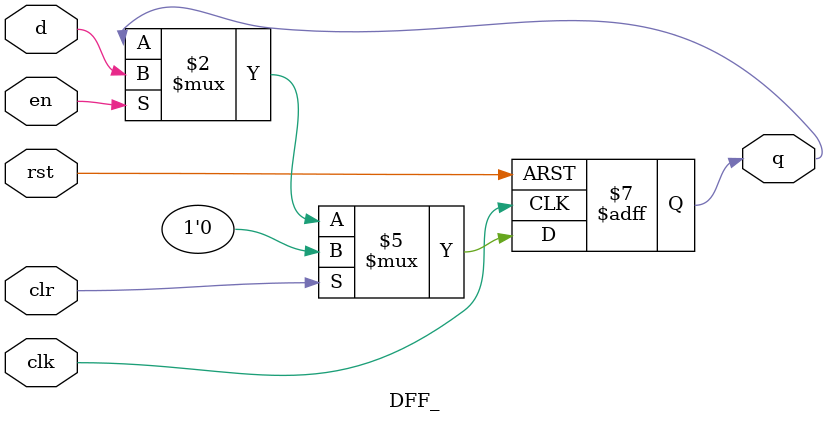
<source format=v>
`timescale 1ns/10ps

module DFF_ 
#(
	 parameter WIDTH	= 1
)
(	 
	 clk
	,rst
	,clr
	,en
	,d
	,q
);

input						clk;
input						rst;
input						en;
input						clr;
input		[WIDTH-1:0]		d;
output	reg	[WIDTH-1:0]		q;

always@(posedge clk or posedge rst)
begin
	if(rst)
		q <= {(WIDTH){1'd0}};
	
	else if(clr)
		q <= {(WIDTH){1'd0}};
		
	else if(en)
		q <= d;
end
endmodule
</source>
